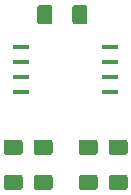
<source format=gbr>
G04 #@! TF.GenerationSoftware,KiCad,Pcbnew,5.1.5-52549c5~84~ubuntu18.04.1*
G04 #@! TF.CreationDate,2019-12-27T14:58:41-07:00*
G04 #@! TF.ProjectId,001,3030312e-6b69-4636-9164-5f7063625858,rev?*
G04 #@! TF.SameCoordinates,Original*
G04 #@! TF.FileFunction,Paste,Top*
G04 #@! TF.FilePolarity,Positive*
%FSLAX46Y46*%
G04 Gerber Fmt 4.6, Leading zero omitted, Abs format (unit mm)*
G04 Created by KiCad (PCBNEW 5.1.5-52549c5~84~ubuntu18.04.1) date 2019-12-27 14:58:41*
%MOMM*%
%LPD*%
G04 APERTURE LIST*
%ADD10C,0.100000*%
%ADD11R,1.347600X0.447600*%
G04 APERTURE END LIST*
D10*
G36*
X145377421Y-88047275D02*
G01*
X145399093Y-88050490D01*
X145420347Y-88055814D01*
X145440976Y-88063195D01*
X145460782Y-88072563D01*
X145479575Y-88083827D01*
X145497174Y-88096878D01*
X145513408Y-88111592D01*
X145528122Y-88127826D01*
X145541173Y-88145425D01*
X145552437Y-88164218D01*
X145561805Y-88184024D01*
X145569186Y-88204653D01*
X145574510Y-88225907D01*
X145577725Y-88247579D01*
X145578800Y-88269463D01*
X145578800Y-89095537D01*
X145577725Y-89117421D01*
X145574510Y-89139093D01*
X145569186Y-89160347D01*
X145561805Y-89180976D01*
X145552437Y-89200782D01*
X145541173Y-89219575D01*
X145528122Y-89237174D01*
X145513408Y-89253408D01*
X145497174Y-89268122D01*
X145479575Y-89281173D01*
X145460782Y-89292437D01*
X145440976Y-89301805D01*
X145420347Y-89309186D01*
X145399093Y-89314510D01*
X145377421Y-89317725D01*
X145355537Y-89318800D01*
X144204463Y-89318800D01*
X144182579Y-89317725D01*
X144160907Y-89314510D01*
X144139653Y-89309186D01*
X144119024Y-89301805D01*
X144099218Y-89292437D01*
X144080425Y-89281173D01*
X144062826Y-89268122D01*
X144046592Y-89253408D01*
X144031878Y-89237174D01*
X144018827Y-89219575D01*
X144007563Y-89200782D01*
X143998195Y-89180976D01*
X143990814Y-89160347D01*
X143985490Y-89139093D01*
X143982275Y-89117421D01*
X143981200Y-89095537D01*
X143981200Y-88269463D01*
X143982275Y-88247579D01*
X143985490Y-88225907D01*
X143990814Y-88204653D01*
X143998195Y-88184024D01*
X144007563Y-88164218D01*
X144018827Y-88145425D01*
X144031878Y-88127826D01*
X144046592Y-88111592D01*
X144062826Y-88096878D01*
X144080425Y-88083827D01*
X144099218Y-88072563D01*
X144119024Y-88063195D01*
X144139653Y-88055814D01*
X144160907Y-88050490D01*
X144182579Y-88047275D01*
X144204463Y-88046200D01*
X145355537Y-88046200D01*
X145377421Y-88047275D01*
G37*
G36*
X145377421Y-91022275D02*
G01*
X145399093Y-91025490D01*
X145420347Y-91030814D01*
X145440976Y-91038195D01*
X145460782Y-91047563D01*
X145479575Y-91058827D01*
X145497174Y-91071878D01*
X145513408Y-91086592D01*
X145528122Y-91102826D01*
X145541173Y-91120425D01*
X145552437Y-91139218D01*
X145561805Y-91159024D01*
X145569186Y-91179653D01*
X145574510Y-91200907D01*
X145577725Y-91222579D01*
X145578800Y-91244463D01*
X145578800Y-92070537D01*
X145577725Y-92092421D01*
X145574510Y-92114093D01*
X145569186Y-92135347D01*
X145561805Y-92155976D01*
X145552437Y-92175782D01*
X145541173Y-92194575D01*
X145528122Y-92212174D01*
X145513408Y-92228408D01*
X145497174Y-92243122D01*
X145479575Y-92256173D01*
X145460782Y-92267437D01*
X145440976Y-92276805D01*
X145420347Y-92284186D01*
X145399093Y-92289510D01*
X145377421Y-92292725D01*
X145355537Y-92293800D01*
X144204463Y-92293800D01*
X144182579Y-92292725D01*
X144160907Y-92289510D01*
X144139653Y-92284186D01*
X144119024Y-92276805D01*
X144099218Y-92267437D01*
X144080425Y-92256173D01*
X144062826Y-92243122D01*
X144046592Y-92228408D01*
X144031878Y-92212174D01*
X144018827Y-92194575D01*
X144007563Y-92175782D01*
X143998195Y-92155976D01*
X143990814Y-92135347D01*
X143985490Y-92114093D01*
X143982275Y-92092421D01*
X143981200Y-92070537D01*
X143981200Y-91244463D01*
X143982275Y-91222579D01*
X143985490Y-91200907D01*
X143990814Y-91179653D01*
X143998195Y-91159024D01*
X144007563Y-91139218D01*
X144018827Y-91120425D01*
X144031878Y-91102826D01*
X144046592Y-91086592D01*
X144062826Y-91071878D01*
X144080425Y-91058827D01*
X144099218Y-91047563D01*
X144119024Y-91038195D01*
X144139653Y-91030814D01*
X144160907Y-91025490D01*
X144182579Y-91022275D01*
X144204463Y-91021200D01*
X145355537Y-91021200D01*
X145377421Y-91022275D01*
G37*
G36*
X139027421Y-91022275D02*
G01*
X139049093Y-91025490D01*
X139070347Y-91030814D01*
X139090976Y-91038195D01*
X139110782Y-91047563D01*
X139129575Y-91058827D01*
X139147174Y-91071878D01*
X139163408Y-91086592D01*
X139178122Y-91102826D01*
X139191173Y-91120425D01*
X139202437Y-91139218D01*
X139211805Y-91159024D01*
X139219186Y-91179653D01*
X139224510Y-91200907D01*
X139227725Y-91222579D01*
X139228800Y-91244463D01*
X139228800Y-92070537D01*
X139227725Y-92092421D01*
X139224510Y-92114093D01*
X139219186Y-92135347D01*
X139211805Y-92155976D01*
X139202437Y-92175782D01*
X139191173Y-92194575D01*
X139178122Y-92212174D01*
X139163408Y-92228408D01*
X139147174Y-92243122D01*
X139129575Y-92256173D01*
X139110782Y-92267437D01*
X139090976Y-92276805D01*
X139070347Y-92284186D01*
X139049093Y-92289510D01*
X139027421Y-92292725D01*
X139005537Y-92293800D01*
X137854463Y-92293800D01*
X137832579Y-92292725D01*
X137810907Y-92289510D01*
X137789653Y-92284186D01*
X137769024Y-92276805D01*
X137749218Y-92267437D01*
X137730425Y-92256173D01*
X137712826Y-92243122D01*
X137696592Y-92228408D01*
X137681878Y-92212174D01*
X137668827Y-92194575D01*
X137657563Y-92175782D01*
X137648195Y-92155976D01*
X137640814Y-92135347D01*
X137635490Y-92114093D01*
X137632275Y-92092421D01*
X137631200Y-92070537D01*
X137631200Y-91244463D01*
X137632275Y-91222579D01*
X137635490Y-91200907D01*
X137640814Y-91179653D01*
X137648195Y-91159024D01*
X137657563Y-91139218D01*
X137668827Y-91120425D01*
X137681878Y-91102826D01*
X137696592Y-91086592D01*
X137712826Y-91071878D01*
X137730425Y-91058827D01*
X137749218Y-91047563D01*
X137769024Y-91038195D01*
X137789653Y-91030814D01*
X137810907Y-91025490D01*
X137832579Y-91022275D01*
X137854463Y-91021200D01*
X139005537Y-91021200D01*
X139027421Y-91022275D01*
G37*
G36*
X139027421Y-88047275D02*
G01*
X139049093Y-88050490D01*
X139070347Y-88055814D01*
X139090976Y-88063195D01*
X139110782Y-88072563D01*
X139129575Y-88083827D01*
X139147174Y-88096878D01*
X139163408Y-88111592D01*
X139178122Y-88127826D01*
X139191173Y-88145425D01*
X139202437Y-88164218D01*
X139211805Y-88184024D01*
X139219186Y-88204653D01*
X139224510Y-88225907D01*
X139227725Y-88247579D01*
X139228800Y-88269463D01*
X139228800Y-89095537D01*
X139227725Y-89117421D01*
X139224510Y-89139093D01*
X139219186Y-89160347D01*
X139211805Y-89180976D01*
X139202437Y-89200782D01*
X139191173Y-89219575D01*
X139178122Y-89237174D01*
X139163408Y-89253408D01*
X139147174Y-89268122D01*
X139129575Y-89281173D01*
X139110782Y-89292437D01*
X139090976Y-89301805D01*
X139070347Y-89309186D01*
X139049093Y-89314510D01*
X139027421Y-89317725D01*
X139005537Y-89318800D01*
X137854463Y-89318800D01*
X137832579Y-89317725D01*
X137810907Y-89314510D01*
X137789653Y-89309186D01*
X137769024Y-89301805D01*
X137749218Y-89292437D01*
X137730425Y-89281173D01*
X137712826Y-89268122D01*
X137696592Y-89253408D01*
X137681878Y-89237174D01*
X137668827Y-89219575D01*
X137657563Y-89200782D01*
X137648195Y-89180976D01*
X137640814Y-89160347D01*
X137635490Y-89139093D01*
X137632275Y-89117421D01*
X137631200Y-89095537D01*
X137631200Y-88269463D01*
X137632275Y-88247579D01*
X137635490Y-88225907D01*
X137640814Y-88204653D01*
X137648195Y-88184024D01*
X137657563Y-88164218D01*
X137668827Y-88145425D01*
X137681878Y-88127826D01*
X137696592Y-88111592D01*
X137712826Y-88096878D01*
X137730425Y-88083827D01*
X137749218Y-88072563D01*
X137769024Y-88063195D01*
X137789653Y-88055814D01*
X137810907Y-88050490D01*
X137832579Y-88047275D01*
X137854463Y-88046200D01*
X139005537Y-88046200D01*
X139027421Y-88047275D01*
G37*
G36*
X142837421Y-91022275D02*
G01*
X142859093Y-91025490D01*
X142880347Y-91030814D01*
X142900976Y-91038195D01*
X142920782Y-91047563D01*
X142939575Y-91058827D01*
X142957174Y-91071878D01*
X142973408Y-91086592D01*
X142988122Y-91102826D01*
X143001173Y-91120425D01*
X143012437Y-91139218D01*
X143021805Y-91159024D01*
X143029186Y-91179653D01*
X143034510Y-91200907D01*
X143037725Y-91222579D01*
X143038800Y-91244463D01*
X143038800Y-92070537D01*
X143037725Y-92092421D01*
X143034510Y-92114093D01*
X143029186Y-92135347D01*
X143021805Y-92155976D01*
X143012437Y-92175782D01*
X143001173Y-92194575D01*
X142988122Y-92212174D01*
X142973408Y-92228408D01*
X142957174Y-92243122D01*
X142939575Y-92256173D01*
X142920782Y-92267437D01*
X142900976Y-92276805D01*
X142880347Y-92284186D01*
X142859093Y-92289510D01*
X142837421Y-92292725D01*
X142815537Y-92293800D01*
X141664463Y-92293800D01*
X141642579Y-92292725D01*
X141620907Y-92289510D01*
X141599653Y-92284186D01*
X141579024Y-92276805D01*
X141559218Y-92267437D01*
X141540425Y-92256173D01*
X141522826Y-92243122D01*
X141506592Y-92228408D01*
X141491878Y-92212174D01*
X141478827Y-92194575D01*
X141467563Y-92175782D01*
X141458195Y-92155976D01*
X141450814Y-92135347D01*
X141445490Y-92114093D01*
X141442275Y-92092421D01*
X141441200Y-92070537D01*
X141441200Y-91244463D01*
X141442275Y-91222579D01*
X141445490Y-91200907D01*
X141450814Y-91179653D01*
X141458195Y-91159024D01*
X141467563Y-91139218D01*
X141478827Y-91120425D01*
X141491878Y-91102826D01*
X141506592Y-91086592D01*
X141522826Y-91071878D01*
X141540425Y-91058827D01*
X141559218Y-91047563D01*
X141579024Y-91038195D01*
X141599653Y-91030814D01*
X141620907Y-91025490D01*
X141642579Y-91022275D01*
X141664463Y-91021200D01*
X142815537Y-91021200D01*
X142837421Y-91022275D01*
G37*
G36*
X142837421Y-88047275D02*
G01*
X142859093Y-88050490D01*
X142880347Y-88055814D01*
X142900976Y-88063195D01*
X142920782Y-88072563D01*
X142939575Y-88083827D01*
X142957174Y-88096878D01*
X142973408Y-88111592D01*
X142988122Y-88127826D01*
X143001173Y-88145425D01*
X143012437Y-88164218D01*
X143021805Y-88184024D01*
X143029186Y-88204653D01*
X143034510Y-88225907D01*
X143037725Y-88247579D01*
X143038800Y-88269463D01*
X143038800Y-89095537D01*
X143037725Y-89117421D01*
X143034510Y-89139093D01*
X143029186Y-89160347D01*
X143021805Y-89180976D01*
X143012437Y-89200782D01*
X143001173Y-89219575D01*
X142988122Y-89237174D01*
X142973408Y-89253408D01*
X142957174Y-89268122D01*
X142939575Y-89281173D01*
X142920782Y-89292437D01*
X142900976Y-89301805D01*
X142880347Y-89309186D01*
X142859093Y-89314510D01*
X142837421Y-89317725D01*
X142815537Y-89318800D01*
X141664463Y-89318800D01*
X141642579Y-89317725D01*
X141620907Y-89314510D01*
X141599653Y-89309186D01*
X141579024Y-89301805D01*
X141559218Y-89292437D01*
X141540425Y-89281173D01*
X141522826Y-89268122D01*
X141506592Y-89253408D01*
X141491878Y-89237174D01*
X141478827Y-89219575D01*
X141467563Y-89200782D01*
X141458195Y-89180976D01*
X141450814Y-89160347D01*
X141445490Y-89139093D01*
X141442275Y-89117421D01*
X141441200Y-89095537D01*
X141441200Y-88269463D01*
X141442275Y-88247579D01*
X141445490Y-88225907D01*
X141450814Y-88204653D01*
X141458195Y-88184024D01*
X141467563Y-88164218D01*
X141478827Y-88145425D01*
X141491878Y-88127826D01*
X141506592Y-88111592D01*
X141522826Y-88096878D01*
X141540425Y-88083827D01*
X141559218Y-88072563D01*
X141579024Y-88063195D01*
X141599653Y-88055814D01*
X141620907Y-88050490D01*
X141642579Y-88047275D01*
X141664463Y-88046200D01*
X142815537Y-88046200D01*
X142837421Y-88047275D01*
G37*
D11*
X144085000Y-80238600D03*
X144085000Y-81508600D03*
X144085000Y-82778600D03*
X144085000Y-84048600D03*
X136585000Y-84048600D03*
X136585000Y-82778600D03*
X136585000Y-81508600D03*
X136585000Y-80238600D03*
D10*
G36*
X136487421Y-91022275D02*
G01*
X136509093Y-91025490D01*
X136530347Y-91030814D01*
X136550976Y-91038195D01*
X136570782Y-91047563D01*
X136589575Y-91058827D01*
X136607174Y-91071878D01*
X136623408Y-91086592D01*
X136638122Y-91102826D01*
X136651173Y-91120425D01*
X136662437Y-91139218D01*
X136671805Y-91159024D01*
X136679186Y-91179653D01*
X136684510Y-91200907D01*
X136687725Y-91222579D01*
X136688800Y-91244463D01*
X136688800Y-92070537D01*
X136687725Y-92092421D01*
X136684510Y-92114093D01*
X136679186Y-92135347D01*
X136671805Y-92155976D01*
X136662437Y-92175782D01*
X136651173Y-92194575D01*
X136638122Y-92212174D01*
X136623408Y-92228408D01*
X136607174Y-92243122D01*
X136589575Y-92256173D01*
X136570782Y-92267437D01*
X136550976Y-92276805D01*
X136530347Y-92284186D01*
X136509093Y-92289510D01*
X136487421Y-92292725D01*
X136465537Y-92293800D01*
X135314463Y-92293800D01*
X135292579Y-92292725D01*
X135270907Y-92289510D01*
X135249653Y-92284186D01*
X135229024Y-92276805D01*
X135209218Y-92267437D01*
X135190425Y-92256173D01*
X135172826Y-92243122D01*
X135156592Y-92228408D01*
X135141878Y-92212174D01*
X135128827Y-92194575D01*
X135117563Y-92175782D01*
X135108195Y-92155976D01*
X135100814Y-92135347D01*
X135095490Y-92114093D01*
X135092275Y-92092421D01*
X135091200Y-92070537D01*
X135091200Y-91244463D01*
X135092275Y-91222579D01*
X135095490Y-91200907D01*
X135100814Y-91179653D01*
X135108195Y-91159024D01*
X135117563Y-91139218D01*
X135128827Y-91120425D01*
X135141878Y-91102826D01*
X135156592Y-91086592D01*
X135172826Y-91071878D01*
X135190425Y-91058827D01*
X135209218Y-91047563D01*
X135229024Y-91038195D01*
X135249653Y-91030814D01*
X135270907Y-91025490D01*
X135292579Y-91022275D01*
X135314463Y-91021200D01*
X136465537Y-91021200D01*
X136487421Y-91022275D01*
G37*
G36*
X136487421Y-88047275D02*
G01*
X136509093Y-88050490D01*
X136530347Y-88055814D01*
X136550976Y-88063195D01*
X136570782Y-88072563D01*
X136589575Y-88083827D01*
X136607174Y-88096878D01*
X136623408Y-88111592D01*
X136638122Y-88127826D01*
X136651173Y-88145425D01*
X136662437Y-88164218D01*
X136671805Y-88184024D01*
X136679186Y-88204653D01*
X136684510Y-88225907D01*
X136687725Y-88247579D01*
X136688800Y-88269463D01*
X136688800Y-89095537D01*
X136687725Y-89117421D01*
X136684510Y-89139093D01*
X136679186Y-89160347D01*
X136671805Y-89180976D01*
X136662437Y-89200782D01*
X136651173Y-89219575D01*
X136638122Y-89237174D01*
X136623408Y-89253408D01*
X136607174Y-89268122D01*
X136589575Y-89281173D01*
X136570782Y-89292437D01*
X136550976Y-89301805D01*
X136530347Y-89309186D01*
X136509093Y-89314510D01*
X136487421Y-89317725D01*
X136465537Y-89318800D01*
X135314463Y-89318800D01*
X135292579Y-89317725D01*
X135270907Y-89314510D01*
X135249653Y-89309186D01*
X135229024Y-89301805D01*
X135209218Y-89292437D01*
X135190425Y-89281173D01*
X135172826Y-89268122D01*
X135156592Y-89253408D01*
X135141878Y-89237174D01*
X135128827Y-89219575D01*
X135117563Y-89200782D01*
X135108195Y-89180976D01*
X135100814Y-89160347D01*
X135095490Y-89139093D01*
X135092275Y-89117421D01*
X135091200Y-89095537D01*
X135091200Y-88269463D01*
X135092275Y-88247579D01*
X135095490Y-88225907D01*
X135100814Y-88204653D01*
X135108195Y-88184024D01*
X135117563Y-88164218D01*
X135128827Y-88145425D01*
X135141878Y-88127826D01*
X135156592Y-88111592D01*
X135172826Y-88096878D01*
X135190425Y-88083827D01*
X135209218Y-88072563D01*
X135229024Y-88063195D01*
X135249653Y-88055814D01*
X135270907Y-88050490D01*
X135292579Y-88047275D01*
X135314463Y-88046200D01*
X136465537Y-88046200D01*
X136487421Y-88047275D01*
G37*
G36*
X139003021Y-76672275D02*
G01*
X139024693Y-76675490D01*
X139045947Y-76680814D01*
X139066576Y-76688195D01*
X139086382Y-76697563D01*
X139105175Y-76708827D01*
X139122774Y-76721878D01*
X139139008Y-76736592D01*
X139153722Y-76752826D01*
X139166773Y-76770425D01*
X139178037Y-76789218D01*
X139187405Y-76809024D01*
X139194786Y-76829653D01*
X139200110Y-76850907D01*
X139203325Y-76872579D01*
X139204400Y-76894463D01*
X139204400Y-78045537D01*
X139203325Y-78067421D01*
X139200110Y-78089093D01*
X139194786Y-78110347D01*
X139187405Y-78130976D01*
X139178037Y-78150782D01*
X139166773Y-78169575D01*
X139153722Y-78187174D01*
X139139008Y-78203408D01*
X139122774Y-78218122D01*
X139105175Y-78231173D01*
X139086382Y-78242437D01*
X139066576Y-78251805D01*
X139045947Y-78259186D01*
X139024693Y-78264510D01*
X139003021Y-78267725D01*
X138981137Y-78268800D01*
X138155063Y-78268800D01*
X138133179Y-78267725D01*
X138111507Y-78264510D01*
X138090253Y-78259186D01*
X138069624Y-78251805D01*
X138049818Y-78242437D01*
X138031025Y-78231173D01*
X138013426Y-78218122D01*
X137997192Y-78203408D01*
X137982478Y-78187174D01*
X137969427Y-78169575D01*
X137958163Y-78150782D01*
X137948795Y-78130976D01*
X137941414Y-78110347D01*
X137936090Y-78089093D01*
X137932875Y-78067421D01*
X137931800Y-78045537D01*
X137931800Y-76894463D01*
X137932875Y-76872579D01*
X137936090Y-76850907D01*
X137941414Y-76829653D01*
X137948795Y-76809024D01*
X137958163Y-76789218D01*
X137969427Y-76770425D01*
X137982478Y-76752826D01*
X137997192Y-76736592D01*
X138013426Y-76721878D01*
X138031025Y-76708827D01*
X138049818Y-76697563D01*
X138069624Y-76688195D01*
X138090253Y-76680814D01*
X138111507Y-76675490D01*
X138133179Y-76672275D01*
X138155063Y-76671200D01*
X138981137Y-76671200D01*
X139003021Y-76672275D01*
G37*
G36*
X141978021Y-76672275D02*
G01*
X141999693Y-76675490D01*
X142020947Y-76680814D01*
X142041576Y-76688195D01*
X142061382Y-76697563D01*
X142080175Y-76708827D01*
X142097774Y-76721878D01*
X142114008Y-76736592D01*
X142128722Y-76752826D01*
X142141773Y-76770425D01*
X142153037Y-76789218D01*
X142162405Y-76809024D01*
X142169786Y-76829653D01*
X142175110Y-76850907D01*
X142178325Y-76872579D01*
X142179400Y-76894463D01*
X142179400Y-78045537D01*
X142178325Y-78067421D01*
X142175110Y-78089093D01*
X142169786Y-78110347D01*
X142162405Y-78130976D01*
X142153037Y-78150782D01*
X142141773Y-78169575D01*
X142128722Y-78187174D01*
X142114008Y-78203408D01*
X142097774Y-78218122D01*
X142080175Y-78231173D01*
X142061382Y-78242437D01*
X142041576Y-78251805D01*
X142020947Y-78259186D01*
X141999693Y-78264510D01*
X141978021Y-78267725D01*
X141956137Y-78268800D01*
X141130063Y-78268800D01*
X141108179Y-78267725D01*
X141086507Y-78264510D01*
X141065253Y-78259186D01*
X141044624Y-78251805D01*
X141024818Y-78242437D01*
X141006025Y-78231173D01*
X140988426Y-78218122D01*
X140972192Y-78203408D01*
X140957478Y-78187174D01*
X140944427Y-78169575D01*
X140933163Y-78150782D01*
X140923795Y-78130976D01*
X140916414Y-78110347D01*
X140911090Y-78089093D01*
X140907875Y-78067421D01*
X140906800Y-78045537D01*
X140906800Y-76894463D01*
X140907875Y-76872579D01*
X140911090Y-76850907D01*
X140916414Y-76829653D01*
X140923795Y-76809024D01*
X140933163Y-76789218D01*
X140944427Y-76770425D01*
X140957478Y-76752826D01*
X140972192Y-76736592D01*
X140988426Y-76721878D01*
X141006025Y-76708827D01*
X141024818Y-76697563D01*
X141044624Y-76688195D01*
X141065253Y-76680814D01*
X141086507Y-76675490D01*
X141108179Y-76672275D01*
X141130063Y-76671200D01*
X141956137Y-76671200D01*
X141978021Y-76672275D01*
G37*
M02*

</source>
